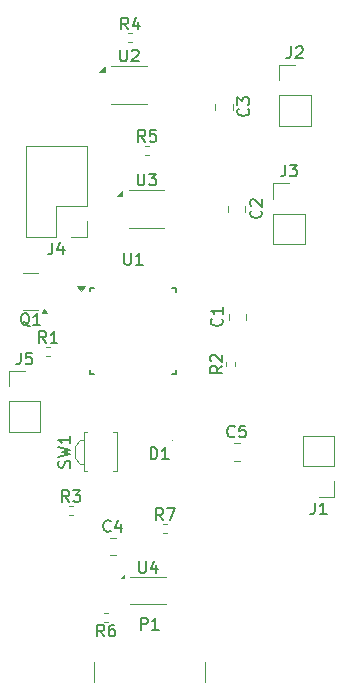
<source format=gbr>
%TF.GenerationSoftware,KiCad,Pcbnew,8.0.7*%
%TF.CreationDate,2025-01-03T21:58:43-07:00*%
%TF.ProjectId,Hat PCB,48617420-5043-4422-9e6b-696361645f70,rev?*%
%TF.SameCoordinates,Original*%
%TF.FileFunction,Legend,Top*%
%TF.FilePolarity,Positive*%
%FSLAX46Y46*%
G04 Gerber Fmt 4.6, Leading zero omitted, Abs format (unit mm)*
G04 Created by KiCad (PCBNEW 8.0.7) date 2025-01-03 21:58:43*
%MOMM*%
%LPD*%
G01*
G04 APERTURE LIST*
%ADD10C,0.150000*%
%ADD11C,0.120000*%
%ADD12C,0.100000*%
G04 APERTURE END LIST*
D10*
X265616666Y-137834819D02*
X265616666Y-138549104D01*
X265616666Y-138549104D02*
X265569047Y-138691961D01*
X265569047Y-138691961D02*
X265473809Y-138787200D01*
X265473809Y-138787200D02*
X265330952Y-138834819D01*
X265330952Y-138834819D02*
X265235714Y-138834819D01*
X266616666Y-138834819D02*
X266045238Y-138834819D01*
X266330952Y-138834819D02*
X266330952Y-137834819D01*
X266330952Y-137834819D02*
X266235714Y-137977676D01*
X266235714Y-137977676D02*
X266140476Y-138072914D01*
X266140476Y-138072914D02*
X266045238Y-138120533D01*
X247793333Y-149174819D02*
X247460000Y-148698628D01*
X247221905Y-149174819D02*
X247221905Y-148174819D01*
X247221905Y-148174819D02*
X247602857Y-148174819D01*
X247602857Y-148174819D02*
X247698095Y-148222438D01*
X247698095Y-148222438D02*
X247745714Y-148270057D01*
X247745714Y-148270057D02*
X247793333Y-148365295D01*
X247793333Y-148365295D02*
X247793333Y-148508152D01*
X247793333Y-148508152D02*
X247745714Y-148603390D01*
X247745714Y-148603390D02*
X247698095Y-148651009D01*
X247698095Y-148651009D02*
X247602857Y-148698628D01*
X247602857Y-148698628D02*
X247221905Y-148698628D01*
X248650476Y-148174819D02*
X248460000Y-148174819D01*
X248460000Y-148174819D02*
X248364762Y-148222438D01*
X248364762Y-148222438D02*
X248317143Y-148270057D01*
X248317143Y-148270057D02*
X248221905Y-148412914D01*
X248221905Y-148412914D02*
X248174286Y-148603390D01*
X248174286Y-148603390D02*
X248174286Y-148984342D01*
X248174286Y-148984342D02*
X248221905Y-149079580D01*
X248221905Y-149079580D02*
X248269524Y-149127200D01*
X248269524Y-149127200D02*
X248364762Y-149174819D01*
X248364762Y-149174819D02*
X248555238Y-149174819D01*
X248555238Y-149174819D02*
X248650476Y-149127200D01*
X248650476Y-149127200D02*
X248698095Y-149079580D01*
X248698095Y-149079580D02*
X248745714Y-148984342D01*
X248745714Y-148984342D02*
X248745714Y-148746247D01*
X248745714Y-148746247D02*
X248698095Y-148651009D01*
X248698095Y-148651009D02*
X248650476Y-148603390D01*
X248650476Y-148603390D02*
X248555238Y-148555771D01*
X248555238Y-148555771D02*
X248364762Y-148555771D01*
X248364762Y-148555771D02*
X248269524Y-148603390D01*
X248269524Y-148603390D02*
X248221905Y-148651009D01*
X248221905Y-148651009D02*
X248174286Y-148746247D01*
X251260833Y-107284819D02*
X250927500Y-106808628D01*
X250689405Y-107284819D02*
X250689405Y-106284819D01*
X250689405Y-106284819D02*
X251070357Y-106284819D01*
X251070357Y-106284819D02*
X251165595Y-106332438D01*
X251165595Y-106332438D02*
X251213214Y-106380057D01*
X251213214Y-106380057D02*
X251260833Y-106475295D01*
X251260833Y-106475295D02*
X251260833Y-106618152D01*
X251260833Y-106618152D02*
X251213214Y-106713390D01*
X251213214Y-106713390D02*
X251165595Y-106761009D01*
X251165595Y-106761009D02*
X251070357Y-106808628D01*
X251070357Y-106808628D02*
X250689405Y-106808628D01*
X252165595Y-106284819D02*
X251689405Y-106284819D01*
X251689405Y-106284819D02*
X251641786Y-106761009D01*
X251641786Y-106761009D02*
X251689405Y-106713390D01*
X251689405Y-106713390D02*
X251784643Y-106665771D01*
X251784643Y-106665771D02*
X252022738Y-106665771D01*
X252022738Y-106665771D02*
X252117976Y-106713390D01*
X252117976Y-106713390D02*
X252165595Y-106761009D01*
X252165595Y-106761009D02*
X252213214Y-106856247D01*
X252213214Y-106856247D02*
X252213214Y-107094342D01*
X252213214Y-107094342D02*
X252165595Y-107189580D01*
X252165595Y-107189580D02*
X252117976Y-107237200D01*
X252117976Y-107237200D02*
X252022738Y-107284819D01*
X252022738Y-107284819D02*
X251784643Y-107284819D01*
X251784643Y-107284819D02*
X251689405Y-107237200D01*
X251689405Y-107237200D02*
X251641786Y-107189580D01*
X242873333Y-124334819D02*
X242540000Y-123858628D01*
X242301905Y-124334819D02*
X242301905Y-123334819D01*
X242301905Y-123334819D02*
X242682857Y-123334819D01*
X242682857Y-123334819D02*
X242778095Y-123382438D01*
X242778095Y-123382438D02*
X242825714Y-123430057D01*
X242825714Y-123430057D02*
X242873333Y-123525295D01*
X242873333Y-123525295D02*
X242873333Y-123668152D01*
X242873333Y-123668152D02*
X242825714Y-123763390D01*
X242825714Y-123763390D02*
X242778095Y-123811009D01*
X242778095Y-123811009D02*
X242682857Y-123858628D01*
X242682857Y-123858628D02*
X242301905Y-123858628D01*
X243825714Y-124334819D02*
X243254286Y-124334819D01*
X243540000Y-124334819D02*
X243540000Y-123334819D01*
X243540000Y-123334819D02*
X243444762Y-123477676D01*
X243444762Y-123477676D02*
X243349524Y-123572914D01*
X243349524Y-123572914D02*
X243254286Y-123620533D01*
X240716666Y-125134819D02*
X240716666Y-125849104D01*
X240716666Y-125849104D02*
X240669047Y-125991961D01*
X240669047Y-125991961D02*
X240573809Y-126087200D01*
X240573809Y-126087200D02*
X240430952Y-126134819D01*
X240430952Y-126134819D02*
X240335714Y-126134819D01*
X241669047Y-125134819D02*
X241192857Y-125134819D01*
X241192857Y-125134819D02*
X241145238Y-125611009D01*
X241145238Y-125611009D02*
X241192857Y-125563390D01*
X241192857Y-125563390D02*
X241288095Y-125515771D01*
X241288095Y-125515771D02*
X241526190Y-125515771D01*
X241526190Y-125515771D02*
X241621428Y-125563390D01*
X241621428Y-125563390D02*
X241669047Y-125611009D01*
X241669047Y-125611009D02*
X241716666Y-125706247D01*
X241716666Y-125706247D02*
X241716666Y-125944342D01*
X241716666Y-125944342D02*
X241669047Y-126039580D01*
X241669047Y-126039580D02*
X241621428Y-126087200D01*
X241621428Y-126087200D02*
X241526190Y-126134819D01*
X241526190Y-126134819D02*
X241288095Y-126134819D01*
X241288095Y-126134819D02*
X241192857Y-126087200D01*
X241192857Y-126087200D02*
X241145238Y-126039580D01*
X257729580Y-122266666D02*
X257777200Y-122314285D01*
X257777200Y-122314285D02*
X257824819Y-122457142D01*
X257824819Y-122457142D02*
X257824819Y-122552380D01*
X257824819Y-122552380D02*
X257777200Y-122695237D01*
X257777200Y-122695237D02*
X257681961Y-122790475D01*
X257681961Y-122790475D02*
X257586723Y-122838094D01*
X257586723Y-122838094D02*
X257396247Y-122885713D01*
X257396247Y-122885713D02*
X257253390Y-122885713D01*
X257253390Y-122885713D02*
X257062914Y-122838094D01*
X257062914Y-122838094D02*
X256967676Y-122790475D01*
X256967676Y-122790475D02*
X256872438Y-122695237D01*
X256872438Y-122695237D02*
X256824819Y-122552380D01*
X256824819Y-122552380D02*
X256824819Y-122457142D01*
X256824819Y-122457142D02*
X256872438Y-122314285D01*
X256872438Y-122314285D02*
X256920057Y-122266666D01*
X257824819Y-121314285D02*
X257824819Y-121885713D01*
X257824819Y-121599999D02*
X256824819Y-121599999D01*
X256824819Y-121599999D02*
X256967676Y-121695237D01*
X256967676Y-121695237D02*
X257062914Y-121790475D01*
X257062914Y-121790475D02*
X257110533Y-121885713D01*
X259977080Y-104491666D02*
X260024700Y-104539285D01*
X260024700Y-104539285D02*
X260072319Y-104682142D01*
X260072319Y-104682142D02*
X260072319Y-104777380D01*
X260072319Y-104777380D02*
X260024700Y-104920237D01*
X260024700Y-104920237D02*
X259929461Y-105015475D01*
X259929461Y-105015475D02*
X259834223Y-105063094D01*
X259834223Y-105063094D02*
X259643747Y-105110713D01*
X259643747Y-105110713D02*
X259500890Y-105110713D01*
X259500890Y-105110713D02*
X259310414Y-105063094D01*
X259310414Y-105063094D02*
X259215176Y-105015475D01*
X259215176Y-105015475D02*
X259119938Y-104920237D01*
X259119938Y-104920237D02*
X259072319Y-104777380D01*
X259072319Y-104777380D02*
X259072319Y-104682142D01*
X259072319Y-104682142D02*
X259119938Y-104539285D01*
X259119938Y-104539285D02*
X259167557Y-104491666D01*
X259072319Y-104158332D02*
X259072319Y-103539285D01*
X259072319Y-103539285D02*
X259453271Y-103872618D01*
X259453271Y-103872618D02*
X259453271Y-103729761D01*
X259453271Y-103729761D02*
X259500890Y-103634523D01*
X259500890Y-103634523D02*
X259548509Y-103586904D01*
X259548509Y-103586904D02*
X259643747Y-103539285D01*
X259643747Y-103539285D02*
X259881842Y-103539285D01*
X259881842Y-103539285D02*
X259977080Y-103586904D01*
X259977080Y-103586904D02*
X260024700Y-103634523D01*
X260024700Y-103634523D02*
X260072319Y-103729761D01*
X260072319Y-103729761D02*
X260072319Y-104015475D01*
X260072319Y-104015475D02*
X260024700Y-104110713D01*
X260024700Y-104110713D02*
X259977080Y-104158332D01*
X252773333Y-139334819D02*
X252440000Y-138858628D01*
X252201905Y-139334819D02*
X252201905Y-138334819D01*
X252201905Y-138334819D02*
X252582857Y-138334819D01*
X252582857Y-138334819D02*
X252678095Y-138382438D01*
X252678095Y-138382438D02*
X252725714Y-138430057D01*
X252725714Y-138430057D02*
X252773333Y-138525295D01*
X252773333Y-138525295D02*
X252773333Y-138668152D01*
X252773333Y-138668152D02*
X252725714Y-138763390D01*
X252725714Y-138763390D02*
X252678095Y-138811009D01*
X252678095Y-138811009D02*
X252582857Y-138858628D01*
X252582857Y-138858628D02*
X252201905Y-138858628D01*
X253106667Y-138334819D02*
X253773333Y-138334819D01*
X253773333Y-138334819D02*
X253344762Y-139334819D01*
X250625595Y-109979819D02*
X250625595Y-110789342D01*
X250625595Y-110789342D02*
X250673214Y-110884580D01*
X250673214Y-110884580D02*
X250720833Y-110932200D01*
X250720833Y-110932200D02*
X250816071Y-110979819D01*
X250816071Y-110979819D02*
X251006547Y-110979819D01*
X251006547Y-110979819D02*
X251101785Y-110932200D01*
X251101785Y-110932200D02*
X251149404Y-110884580D01*
X251149404Y-110884580D02*
X251197023Y-110789342D01*
X251197023Y-110789342D02*
X251197023Y-109979819D01*
X251577976Y-109979819D02*
X252197023Y-109979819D01*
X252197023Y-109979819D02*
X251863690Y-110360771D01*
X251863690Y-110360771D02*
X252006547Y-110360771D01*
X252006547Y-110360771D02*
X252101785Y-110408390D01*
X252101785Y-110408390D02*
X252149404Y-110456009D01*
X252149404Y-110456009D02*
X252197023Y-110551247D01*
X252197023Y-110551247D02*
X252197023Y-110789342D01*
X252197023Y-110789342D02*
X252149404Y-110884580D01*
X252149404Y-110884580D02*
X252101785Y-110932200D01*
X252101785Y-110932200D02*
X252006547Y-110979819D01*
X252006547Y-110979819D02*
X251720833Y-110979819D01*
X251720833Y-110979819D02*
X251625595Y-110932200D01*
X251625595Y-110932200D02*
X251577976Y-110884580D01*
X249823333Y-97784819D02*
X249490000Y-97308628D01*
X249251905Y-97784819D02*
X249251905Y-96784819D01*
X249251905Y-96784819D02*
X249632857Y-96784819D01*
X249632857Y-96784819D02*
X249728095Y-96832438D01*
X249728095Y-96832438D02*
X249775714Y-96880057D01*
X249775714Y-96880057D02*
X249823333Y-96975295D01*
X249823333Y-96975295D02*
X249823333Y-97118152D01*
X249823333Y-97118152D02*
X249775714Y-97213390D01*
X249775714Y-97213390D02*
X249728095Y-97261009D01*
X249728095Y-97261009D02*
X249632857Y-97308628D01*
X249632857Y-97308628D02*
X249251905Y-97308628D01*
X250680476Y-97118152D02*
X250680476Y-97784819D01*
X250442381Y-96737200D02*
X250204286Y-97451485D01*
X250204286Y-97451485D02*
X250823333Y-97451485D01*
X251726905Y-134174819D02*
X251726905Y-133174819D01*
X251726905Y-133174819D02*
X251965000Y-133174819D01*
X251965000Y-133174819D02*
X252107857Y-133222438D01*
X252107857Y-133222438D02*
X252203095Y-133317676D01*
X252203095Y-133317676D02*
X252250714Y-133412914D01*
X252250714Y-133412914D02*
X252298333Y-133603390D01*
X252298333Y-133603390D02*
X252298333Y-133746247D01*
X252298333Y-133746247D02*
X252250714Y-133936723D01*
X252250714Y-133936723D02*
X252203095Y-134031961D01*
X252203095Y-134031961D02*
X252107857Y-134127200D01*
X252107857Y-134127200D02*
X251965000Y-134174819D01*
X251965000Y-134174819D02*
X251726905Y-134174819D01*
X253250714Y-134174819D02*
X252679286Y-134174819D01*
X252965000Y-134174819D02*
X252965000Y-133174819D01*
X252965000Y-133174819D02*
X252869762Y-133317676D01*
X252869762Y-133317676D02*
X252774524Y-133412914D01*
X252774524Y-133412914D02*
X252679286Y-133460533D01*
X261039580Y-113116666D02*
X261087200Y-113164285D01*
X261087200Y-113164285D02*
X261134819Y-113307142D01*
X261134819Y-113307142D02*
X261134819Y-113402380D01*
X261134819Y-113402380D02*
X261087200Y-113545237D01*
X261087200Y-113545237D02*
X260991961Y-113640475D01*
X260991961Y-113640475D02*
X260896723Y-113688094D01*
X260896723Y-113688094D02*
X260706247Y-113735713D01*
X260706247Y-113735713D02*
X260563390Y-113735713D01*
X260563390Y-113735713D02*
X260372914Y-113688094D01*
X260372914Y-113688094D02*
X260277676Y-113640475D01*
X260277676Y-113640475D02*
X260182438Y-113545237D01*
X260182438Y-113545237D02*
X260134819Y-113402380D01*
X260134819Y-113402380D02*
X260134819Y-113307142D01*
X260134819Y-113307142D02*
X260182438Y-113164285D01*
X260182438Y-113164285D02*
X260230057Y-113116666D01*
X260230057Y-112735713D02*
X260182438Y-112688094D01*
X260182438Y-112688094D02*
X260134819Y-112592856D01*
X260134819Y-112592856D02*
X260134819Y-112354761D01*
X260134819Y-112354761D02*
X260182438Y-112259523D01*
X260182438Y-112259523D02*
X260230057Y-112211904D01*
X260230057Y-112211904D02*
X260325295Y-112164285D01*
X260325295Y-112164285D02*
X260420533Y-112164285D01*
X260420533Y-112164285D02*
X260563390Y-112211904D01*
X260563390Y-112211904D02*
X261134819Y-112783332D01*
X261134819Y-112783332D02*
X261134819Y-112164285D01*
X244823333Y-137784819D02*
X244490000Y-137308628D01*
X244251905Y-137784819D02*
X244251905Y-136784819D01*
X244251905Y-136784819D02*
X244632857Y-136784819D01*
X244632857Y-136784819D02*
X244728095Y-136832438D01*
X244728095Y-136832438D02*
X244775714Y-136880057D01*
X244775714Y-136880057D02*
X244823333Y-136975295D01*
X244823333Y-136975295D02*
X244823333Y-137118152D01*
X244823333Y-137118152D02*
X244775714Y-137213390D01*
X244775714Y-137213390D02*
X244728095Y-137261009D01*
X244728095Y-137261009D02*
X244632857Y-137308628D01*
X244632857Y-137308628D02*
X244251905Y-137308628D01*
X245156667Y-136784819D02*
X245775714Y-136784819D01*
X245775714Y-136784819D02*
X245442381Y-137165771D01*
X245442381Y-137165771D02*
X245585238Y-137165771D01*
X245585238Y-137165771D02*
X245680476Y-137213390D01*
X245680476Y-137213390D02*
X245728095Y-137261009D01*
X245728095Y-137261009D02*
X245775714Y-137356247D01*
X245775714Y-137356247D02*
X245775714Y-137594342D01*
X245775714Y-137594342D02*
X245728095Y-137689580D01*
X245728095Y-137689580D02*
X245680476Y-137737200D01*
X245680476Y-137737200D02*
X245585238Y-137784819D01*
X245585238Y-137784819D02*
X245299524Y-137784819D01*
X245299524Y-137784819D02*
X245204286Y-137737200D01*
X245204286Y-137737200D02*
X245156667Y-137689580D01*
X250738095Y-142804819D02*
X250738095Y-143614342D01*
X250738095Y-143614342D02*
X250785714Y-143709580D01*
X250785714Y-143709580D02*
X250833333Y-143757200D01*
X250833333Y-143757200D02*
X250928571Y-143804819D01*
X250928571Y-143804819D02*
X251119047Y-143804819D01*
X251119047Y-143804819D02*
X251214285Y-143757200D01*
X251214285Y-143757200D02*
X251261904Y-143709580D01*
X251261904Y-143709580D02*
X251309523Y-143614342D01*
X251309523Y-143614342D02*
X251309523Y-142804819D01*
X252214285Y-143138152D02*
X252214285Y-143804819D01*
X251976190Y-142757200D02*
X251738095Y-143471485D01*
X251738095Y-143471485D02*
X252357142Y-143471485D01*
X243396666Y-115824819D02*
X243396666Y-116539104D01*
X243396666Y-116539104D02*
X243349047Y-116681961D01*
X243349047Y-116681961D02*
X243253809Y-116777200D01*
X243253809Y-116777200D02*
X243110952Y-116824819D01*
X243110952Y-116824819D02*
X243015714Y-116824819D01*
X244301428Y-116158152D02*
X244301428Y-116824819D01*
X244063333Y-115777200D02*
X243825238Y-116491485D01*
X243825238Y-116491485D02*
X244444285Y-116491485D01*
X258833333Y-132229580D02*
X258785714Y-132277200D01*
X258785714Y-132277200D02*
X258642857Y-132324819D01*
X258642857Y-132324819D02*
X258547619Y-132324819D01*
X258547619Y-132324819D02*
X258404762Y-132277200D01*
X258404762Y-132277200D02*
X258309524Y-132181961D01*
X258309524Y-132181961D02*
X258261905Y-132086723D01*
X258261905Y-132086723D02*
X258214286Y-131896247D01*
X258214286Y-131896247D02*
X258214286Y-131753390D01*
X258214286Y-131753390D02*
X258261905Y-131562914D01*
X258261905Y-131562914D02*
X258309524Y-131467676D01*
X258309524Y-131467676D02*
X258404762Y-131372438D01*
X258404762Y-131372438D02*
X258547619Y-131324819D01*
X258547619Y-131324819D02*
X258642857Y-131324819D01*
X258642857Y-131324819D02*
X258785714Y-131372438D01*
X258785714Y-131372438D02*
X258833333Y-131420057D01*
X259738095Y-131324819D02*
X259261905Y-131324819D01*
X259261905Y-131324819D02*
X259214286Y-131801009D01*
X259214286Y-131801009D02*
X259261905Y-131753390D01*
X259261905Y-131753390D02*
X259357143Y-131705771D01*
X259357143Y-131705771D02*
X259595238Y-131705771D01*
X259595238Y-131705771D02*
X259690476Y-131753390D01*
X259690476Y-131753390D02*
X259738095Y-131801009D01*
X259738095Y-131801009D02*
X259785714Y-131896247D01*
X259785714Y-131896247D02*
X259785714Y-132134342D01*
X259785714Y-132134342D02*
X259738095Y-132229580D01*
X259738095Y-132229580D02*
X259690476Y-132277200D01*
X259690476Y-132277200D02*
X259595238Y-132324819D01*
X259595238Y-132324819D02*
X259357143Y-132324819D01*
X259357143Y-132324819D02*
X259261905Y-132277200D01*
X259261905Y-132277200D02*
X259214286Y-132229580D01*
X257774819Y-126266666D02*
X257298628Y-126599999D01*
X257774819Y-126838094D02*
X256774819Y-126838094D01*
X256774819Y-126838094D02*
X256774819Y-126457142D01*
X256774819Y-126457142D02*
X256822438Y-126361904D01*
X256822438Y-126361904D02*
X256870057Y-126314285D01*
X256870057Y-126314285D02*
X256965295Y-126266666D01*
X256965295Y-126266666D02*
X257108152Y-126266666D01*
X257108152Y-126266666D02*
X257203390Y-126314285D01*
X257203390Y-126314285D02*
X257251009Y-126361904D01*
X257251009Y-126361904D02*
X257298628Y-126457142D01*
X257298628Y-126457142D02*
X257298628Y-126838094D01*
X256870057Y-125885713D02*
X256822438Y-125838094D01*
X256822438Y-125838094D02*
X256774819Y-125742856D01*
X256774819Y-125742856D02*
X256774819Y-125504761D01*
X256774819Y-125504761D02*
X256822438Y-125409523D01*
X256822438Y-125409523D02*
X256870057Y-125361904D01*
X256870057Y-125361904D02*
X256965295Y-125314285D01*
X256965295Y-125314285D02*
X257060533Y-125314285D01*
X257060533Y-125314285D02*
X257203390Y-125361904D01*
X257203390Y-125361904D02*
X257774819Y-125933332D01*
X257774819Y-125933332D02*
X257774819Y-125314285D01*
X248333333Y-140229580D02*
X248285714Y-140277200D01*
X248285714Y-140277200D02*
X248142857Y-140324819D01*
X248142857Y-140324819D02*
X248047619Y-140324819D01*
X248047619Y-140324819D02*
X247904762Y-140277200D01*
X247904762Y-140277200D02*
X247809524Y-140181961D01*
X247809524Y-140181961D02*
X247761905Y-140086723D01*
X247761905Y-140086723D02*
X247714286Y-139896247D01*
X247714286Y-139896247D02*
X247714286Y-139753390D01*
X247714286Y-139753390D02*
X247761905Y-139562914D01*
X247761905Y-139562914D02*
X247809524Y-139467676D01*
X247809524Y-139467676D02*
X247904762Y-139372438D01*
X247904762Y-139372438D02*
X248047619Y-139324819D01*
X248047619Y-139324819D02*
X248142857Y-139324819D01*
X248142857Y-139324819D02*
X248285714Y-139372438D01*
X248285714Y-139372438D02*
X248333333Y-139420057D01*
X249190476Y-139658152D02*
X249190476Y-140324819D01*
X248952381Y-139277200D02*
X248714286Y-139991485D01*
X248714286Y-139991485D02*
X249333333Y-139991485D01*
X249488095Y-116704819D02*
X249488095Y-117514342D01*
X249488095Y-117514342D02*
X249535714Y-117609580D01*
X249535714Y-117609580D02*
X249583333Y-117657200D01*
X249583333Y-117657200D02*
X249678571Y-117704819D01*
X249678571Y-117704819D02*
X249869047Y-117704819D01*
X249869047Y-117704819D02*
X249964285Y-117657200D01*
X249964285Y-117657200D02*
X250011904Y-117609580D01*
X250011904Y-117609580D02*
X250059523Y-117514342D01*
X250059523Y-117514342D02*
X250059523Y-116704819D01*
X251059523Y-117704819D02*
X250488095Y-117704819D01*
X250773809Y-117704819D02*
X250773809Y-116704819D01*
X250773809Y-116704819D02*
X250678571Y-116847676D01*
X250678571Y-116847676D02*
X250583333Y-116942914D01*
X250583333Y-116942914D02*
X250488095Y-116990533D01*
X250891905Y-148604819D02*
X250891905Y-147604819D01*
X250891905Y-147604819D02*
X251272857Y-147604819D01*
X251272857Y-147604819D02*
X251368095Y-147652438D01*
X251368095Y-147652438D02*
X251415714Y-147700057D01*
X251415714Y-147700057D02*
X251463333Y-147795295D01*
X251463333Y-147795295D02*
X251463333Y-147938152D01*
X251463333Y-147938152D02*
X251415714Y-148033390D01*
X251415714Y-148033390D02*
X251368095Y-148081009D01*
X251368095Y-148081009D02*
X251272857Y-148128628D01*
X251272857Y-148128628D02*
X250891905Y-148128628D01*
X252415714Y-148604819D02*
X251844286Y-148604819D01*
X252130000Y-148604819D02*
X252130000Y-147604819D01*
X252130000Y-147604819D02*
X252034762Y-147747676D01*
X252034762Y-147747676D02*
X251939524Y-147842914D01*
X251939524Y-147842914D02*
X251844286Y-147890533D01*
X241467261Y-122900057D02*
X241372023Y-122852438D01*
X241372023Y-122852438D02*
X241276785Y-122757200D01*
X241276785Y-122757200D02*
X241133928Y-122614342D01*
X241133928Y-122614342D02*
X241038690Y-122566723D01*
X241038690Y-122566723D02*
X240943452Y-122566723D01*
X240991071Y-122804819D02*
X240895833Y-122757200D01*
X240895833Y-122757200D02*
X240800595Y-122661961D01*
X240800595Y-122661961D02*
X240752976Y-122471485D01*
X240752976Y-122471485D02*
X240752976Y-122138152D01*
X240752976Y-122138152D02*
X240800595Y-121947676D01*
X240800595Y-121947676D02*
X240895833Y-121852438D01*
X240895833Y-121852438D02*
X240991071Y-121804819D01*
X240991071Y-121804819D02*
X241181547Y-121804819D01*
X241181547Y-121804819D02*
X241276785Y-121852438D01*
X241276785Y-121852438D02*
X241372023Y-121947676D01*
X241372023Y-121947676D02*
X241419642Y-122138152D01*
X241419642Y-122138152D02*
X241419642Y-122471485D01*
X241419642Y-122471485D02*
X241372023Y-122661961D01*
X241372023Y-122661961D02*
X241276785Y-122757200D01*
X241276785Y-122757200D02*
X241181547Y-122804819D01*
X241181547Y-122804819D02*
X240991071Y-122804819D01*
X242372023Y-122804819D02*
X241800595Y-122804819D01*
X242086309Y-122804819D02*
X242086309Y-121804819D01*
X242086309Y-121804819D02*
X241991071Y-121947676D01*
X241991071Y-121947676D02*
X241895833Y-122042914D01*
X241895833Y-122042914D02*
X241800595Y-122090533D01*
X244857200Y-134883332D02*
X244904819Y-134740475D01*
X244904819Y-134740475D02*
X244904819Y-134502380D01*
X244904819Y-134502380D02*
X244857200Y-134407142D01*
X244857200Y-134407142D02*
X244809580Y-134359523D01*
X244809580Y-134359523D02*
X244714342Y-134311904D01*
X244714342Y-134311904D02*
X244619104Y-134311904D01*
X244619104Y-134311904D02*
X244523866Y-134359523D01*
X244523866Y-134359523D02*
X244476247Y-134407142D01*
X244476247Y-134407142D02*
X244428628Y-134502380D01*
X244428628Y-134502380D02*
X244381009Y-134692856D01*
X244381009Y-134692856D02*
X244333390Y-134788094D01*
X244333390Y-134788094D02*
X244285771Y-134835713D01*
X244285771Y-134835713D02*
X244190533Y-134883332D01*
X244190533Y-134883332D02*
X244095295Y-134883332D01*
X244095295Y-134883332D02*
X244000057Y-134835713D01*
X244000057Y-134835713D02*
X243952438Y-134788094D01*
X243952438Y-134788094D02*
X243904819Y-134692856D01*
X243904819Y-134692856D02*
X243904819Y-134454761D01*
X243904819Y-134454761D02*
X243952438Y-134311904D01*
X243904819Y-133978570D02*
X244904819Y-133740475D01*
X244904819Y-133740475D02*
X244190533Y-133549999D01*
X244190533Y-133549999D02*
X244904819Y-133359523D01*
X244904819Y-133359523D02*
X243904819Y-133121428D01*
X244904819Y-132216666D02*
X244904819Y-132788094D01*
X244904819Y-132502380D02*
X243904819Y-132502380D01*
X243904819Y-132502380D02*
X244047676Y-132597618D01*
X244047676Y-132597618D02*
X244142914Y-132692856D01*
X244142914Y-132692856D02*
X244190533Y-132788094D01*
X263604166Y-99224819D02*
X263604166Y-99939104D01*
X263604166Y-99939104D02*
X263556547Y-100081961D01*
X263556547Y-100081961D02*
X263461309Y-100177200D01*
X263461309Y-100177200D02*
X263318452Y-100224819D01*
X263318452Y-100224819D02*
X263223214Y-100224819D01*
X264032738Y-99320057D02*
X264080357Y-99272438D01*
X264080357Y-99272438D02*
X264175595Y-99224819D01*
X264175595Y-99224819D02*
X264413690Y-99224819D01*
X264413690Y-99224819D02*
X264508928Y-99272438D01*
X264508928Y-99272438D02*
X264556547Y-99320057D01*
X264556547Y-99320057D02*
X264604166Y-99415295D01*
X264604166Y-99415295D02*
X264604166Y-99510533D01*
X264604166Y-99510533D02*
X264556547Y-99653390D01*
X264556547Y-99653390D02*
X263985119Y-100224819D01*
X263985119Y-100224819D02*
X264604166Y-100224819D01*
X263104166Y-109224819D02*
X263104166Y-109939104D01*
X263104166Y-109939104D02*
X263056547Y-110081961D01*
X263056547Y-110081961D02*
X262961309Y-110177200D01*
X262961309Y-110177200D02*
X262818452Y-110224819D01*
X262818452Y-110224819D02*
X262723214Y-110224819D01*
X263485119Y-109224819D02*
X264104166Y-109224819D01*
X264104166Y-109224819D02*
X263770833Y-109605771D01*
X263770833Y-109605771D02*
X263913690Y-109605771D01*
X263913690Y-109605771D02*
X264008928Y-109653390D01*
X264008928Y-109653390D02*
X264056547Y-109701009D01*
X264056547Y-109701009D02*
X264104166Y-109796247D01*
X264104166Y-109796247D02*
X264104166Y-110034342D01*
X264104166Y-110034342D02*
X264056547Y-110129580D01*
X264056547Y-110129580D02*
X264008928Y-110177200D01*
X264008928Y-110177200D02*
X263913690Y-110224819D01*
X263913690Y-110224819D02*
X263627976Y-110224819D01*
X263627976Y-110224819D02*
X263532738Y-110177200D01*
X263532738Y-110177200D02*
X263485119Y-110129580D01*
X249125595Y-99479819D02*
X249125595Y-100289342D01*
X249125595Y-100289342D02*
X249173214Y-100384580D01*
X249173214Y-100384580D02*
X249220833Y-100432200D01*
X249220833Y-100432200D02*
X249316071Y-100479819D01*
X249316071Y-100479819D02*
X249506547Y-100479819D01*
X249506547Y-100479819D02*
X249601785Y-100432200D01*
X249601785Y-100432200D02*
X249649404Y-100384580D01*
X249649404Y-100384580D02*
X249697023Y-100289342D01*
X249697023Y-100289342D02*
X249697023Y-99479819D01*
X250125595Y-99575057D02*
X250173214Y-99527438D01*
X250173214Y-99527438D02*
X250268452Y-99479819D01*
X250268452Y-99479819D02*
X250506547Y-99479819D01*
X250506547Y-99479819D02*
X250601785Y-99527438D01*
X250601785Y-99527438D02*
X250649404Y-99575057D01*
X250649404Y-99575057D02*
X250697023Y-99670295D01*
X250697023Y-99670295D02*
X250697023Y-99765533D01*
X250697023Y-99765533D02*
X250649404Y-99908390D01*
X250649404Y-99908390D02*
X250077976Y-100479819D01*
X250077976Y-100479819D02*
X250697023Y-100479819D01*
D11*
%TO.C,J1*%
X264620000Y-134780000D02*
X264620000Y-132180000D01*
X267280000Y-132180000D02*
X264620000Y-132180000D01*
X267280000Y-134780000D02*
X264620000Y-134780000D01*
X267280000Y-134780000D02*
X267280000Y-132180000D01*
X267280000Y-136050000D02*
X267280000Y-137380000D01*
X267280000Y-137380000D02*
X265950000Y-137380000D01*
%TO.C,R6*%
X248113641Y-147170000D02*
X247806359Y-147170000D01*
X248113641Y-147930000D02*
X247806359Y-147930000D01*
%TO.C,R5*%
X251273859Y-107620000D02*
X251581141Y-107620000D01*
X251273859Y-108380000D02*
X251581141Y-108380000D01*
%TO.C,R1*%
X242886359Y-124670000D02*
X243193641Y-124670000D01*
X242886359Y-125430000D02*
X243193641Y-125430000D01*
%TO.C,J5*%
X239720000Y-126680000D02*
X241050000Y-126680000D01*
X239720000Y-128010000D02*
X239720000Y-126680000D01*
X239720000Y-129280000D02*
X239720000Y-131880000D01*
X239720000Y-129280000D02*
X242380000Y-129280000D01*
X239720000Y-131880000D02*
X242380000Y-131880000D01*
X242380000Y-129280000D02*
X242380000Y-131880000D01*
%TO.C,C1*%
X258315000Y-122361252D02*
X258315000Y-121838748D01*
X259785000Y-122361252D02*
X259785000Y-121838748D01*
%TO.C,C3*%
X257202500Y-104063748D02*
X257202500Y-104586252D01*
X258672500Y-104063748D02*
X258672500Y-104586252D01*
%TO.C,R7*%
X252786359Y-139670000D02*
X253093641Y-139670000D01*
X252786359Y-140430000D02*
X253093641Y-140430000D01*
%TO.C,U3*%
X249887500Y-111365000D02*
X252887500Y-111365000D01*
X249887500Y-114585000D02*
X252887500Y-114585000D01*
X249337500Y-111925000D02*
X248857500Y-111925000D01*
X249337500Y-111445000D01*
X249337500Y-111925000D01*
G36*
X249337500Y-111925000D02*
G01*
X248857500Y-111925000D01*
X249337500Y-111445000D01*
X249337500Y-111925000D01*
G37*
%TO.C,R4*%
X249836359Y-98120000D02*
X250143641Y-98120000D01*
X249836359Y-98880000D02*
X250143641Y-98880000D01*
D12*
%TO.C,D1*%
X253605000Y-132550000D02*
G75*
G02*
X253505000Y-132550000I-50000J0D01*
G01*
X253505000Y-132550000D02*
G75*
G02*
X253605000Y-132550000I50000J0D01*
G01*
D11*
%TO.C,C2*%
X258265000Y-112688748D02*
X258265000Y-113211252D01*
X259735000Y-112688748D02*
X259735000Y-113211252D01*
%TO.C,R3*%
X244836359Y-138120000D02*
X245143641Y-138120000D01*
X244836359Y-138880000D02*
X245143641Y-138880000D01*
%TO.C,U4*%
X250000000Y-144165000D02*
X253000000Y-144165000D01*
X250000000Y-146435000D02*
X253000000Y-146435000D01*
X249480000Y-144250000D02*
X249200000Y-144250000D01*
X249480000Y-143970000D01*
X249480000Y-144250000D01*
G36*
X249480000Y-144250000D02*
G01*
X249200000Y-144250000D01*
X249480000Y-143970000D01*
X249480000Y-144250000D01*
G37*
%TO.C,J4*%
X241130000Y-115370000D02*
X241130000Y-107630000D01*
X243730000Y-112770000D02*
X243730000Y-115370000D01*
X243730000Y-115370000D02*
X241130000Y-115370000D01*
X246330000Y-107630000D02*
X241130000Y-107630000D01*
X246330000Y-112770000D02*
X243730000Y-112770000D01*
X246330000Y-112770000D02*
X246330000Y-107630000D01*
X246330000Y-114040000D02*
X246330000Y-115370000D01*
X246330000Y-115370000D02*
X245000000Y-115370000D01*
%TO.C,C5*%
X258738748Y-132815000D02*
X259261252Y-132815000D01*
X258738748Y-134285000D02*
X259261252Y-134285000D01*
%TO.C,R2*%
X258110000Y-126253641D02*
X258110000Y-125946359D01*
X258870000Y-126253641D02*
X258870000Y-125946359D01*
%TO.C,C4*%
X248238748Y-140815000D02*
X248761252Y-140815000D01*
X248238748Y-142285000D02*
X248761252Y-142285000D01*
D10*
%TO.C,U1*%
X246625000Y-119675000D02*
X246625000Y-119900000D01*
X246625000Y-119675000D02*
X246950000Y-119675000D01*
X246625000Y-126925000D02*
X246625000Y-126600000D01*
X246625000Y-126925000D02*
X246950000Y-126925000D01*
X253875000Y-119675000D02*
X253550000Y-119675000D01*
X253875000Y-119675000D02*
X253875000Y-120000000D01*
X253875000Y-126925000D02*
X253550000Y-126925000D01*
X253875000Y-126925000D02*
X253875000Y-126600000D01*
D11*
X245860000Y-119960000D02*
X245520000Y-119490000D01*
X246200000Y-119490000D01*
X245860000Y-119960000D01*
G36*
X245860000Y-119960000D02*
G01*
X245520000Y-119490000D01*
X246200000Y-119490000D01*
X245860000Y-119960000D01*
G37*
%TO.C,P1*%
X246960000Y-153000000D02*
X246960000Y-151300000D01*
X256300000Y-153000000D02*
X256300000Y-151300000D01*
%TO.C,Q1*%
X241562500Y-118390000D02*
X240912500Y-118390000D01*
X241562500Y-118390000D02*
X242212500Y-118390000D01*
X241562500Y-121510000D02*
X240912500Y-121510000D01*
X241562500Y-121510000D02*
X242212500Y-121510000D01*
X242965000Y-121790000D02*
X242485000Y-121790000D01*
X242725000Y-121460000D01*
X242965000Y-121790000D01*
G36*
X242965000Y-121790000D02*
G01*
X242485000Y-121790000D01*
X242725000Y-121460000D01*
X242965000Y-121790000D01*
G37*
%TO.C,SW1*%
X245350000Y-133050000D02*
X245730000Y-132550000D01*
X245350000Y-134050000D02*
X245350000Y-133050000D01*
X245350000Y-134050000D02*
X245730000Y-134550000D01*
X245730000Y-132550000D02*
X246050000Y-132550000D01*
X245730000Y-134550000D02*
X246050000Y-134550000D01*
X246050000Y-131900000D02*
X246350000Y-131900000D01*
X246050000Y-135200000D02*
X246050000Y-131900000D01*
X246350000Y-135200000D02*
X246050000Y-135200000D01*
X248550000Y-135200000D02*
X248850000Y-135200000D01*
X248850000Y-131900000D02*
X248550000Y-131900000D01*
X248850000Y-135200000D02*
X248850000Y-131900000D01*
%TO.C,J2*%
X262607500Y-100770000D02*
X263937500Y-100770000D01*
X262607500Y-102100000D02*
X262607500Y-100770000D01*
X262607500Y-103370000D02*
X262607500Y-105970000D01*
X262607500Y-103370000D02*
X265267500Y-103370000D01*
X262607500Y-105970000D02*
X265267500Y-105970000D01*
X265267500Y-103370000D02*
X265267500Y-105970000D01*
%TO.C,J3*%
X262107500Y-110770000D02*
X263437500Y-110770000D01*
X262107500Y-112100000D02*
X262107500Y-110770000D01*
X262107500Y-113370000D02*
X262107500Y-115970000D01*
X262107500Y-113370000D02*
X264767500Y-113370000D01*
X262107500Y-115970000D02*
X264767500Y-115970000D01*
X264767500Y-113370000D02*
X264767500Y-115970000D01*
%TO.C,U2*%
X248387500Y-100865000D02*
X251387500Y-100865000D01*
X248387500Y-104085000D02*
X251387500Y-104085000D01*
X247837500Y-101425000D02*
X247357500Y-101425000D01*
X247837500Y-100945000D01*
X247837500Y-101425000D01*
G36*
X247837500Y-101425000D02*
G01*
X247357500Y-101425000D01*
X247837500Y-100945000D01*
X247837500Y-101425000D01*
G37*
%TD*%
M02*

</source>
